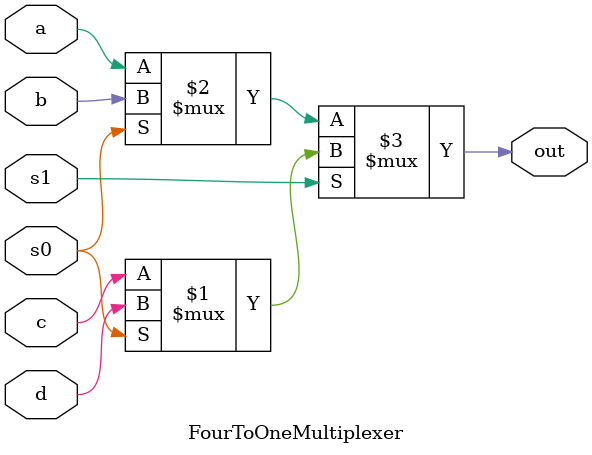
<source format=v>
`timescale 1ns / 1ps
module FourToOneMultiplexer(
input a, 
input b, 
input c, 
input d, 
input s0, s1,
output out); 

assign out = s1 ? (s0 ? d : c) : (s0 ? b : a); 

endmodule

</source>
